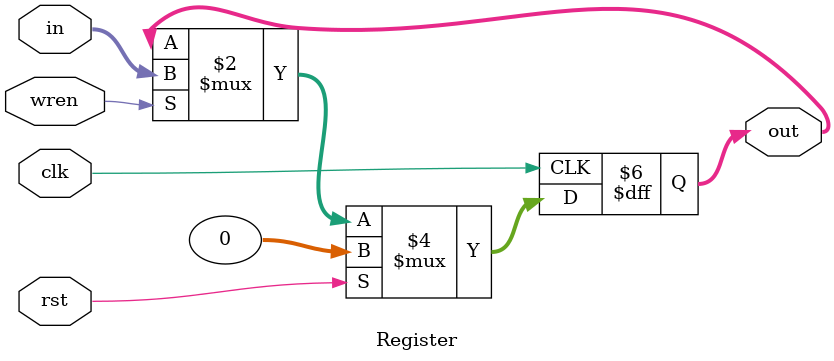
<source format=v>
module Register(out, in, wren, clk, rst);
	input [31:0] in;
	input wren, clk, rst;
	
	output [31:0] out;
	
	reg [31:0] out;	
	always@(posedge clk) begin
		if (wren) begin
			out <= in;
		end
		if (rst) begin
			out <= 32'd0;
		end
	end 
endmodule
</source>
